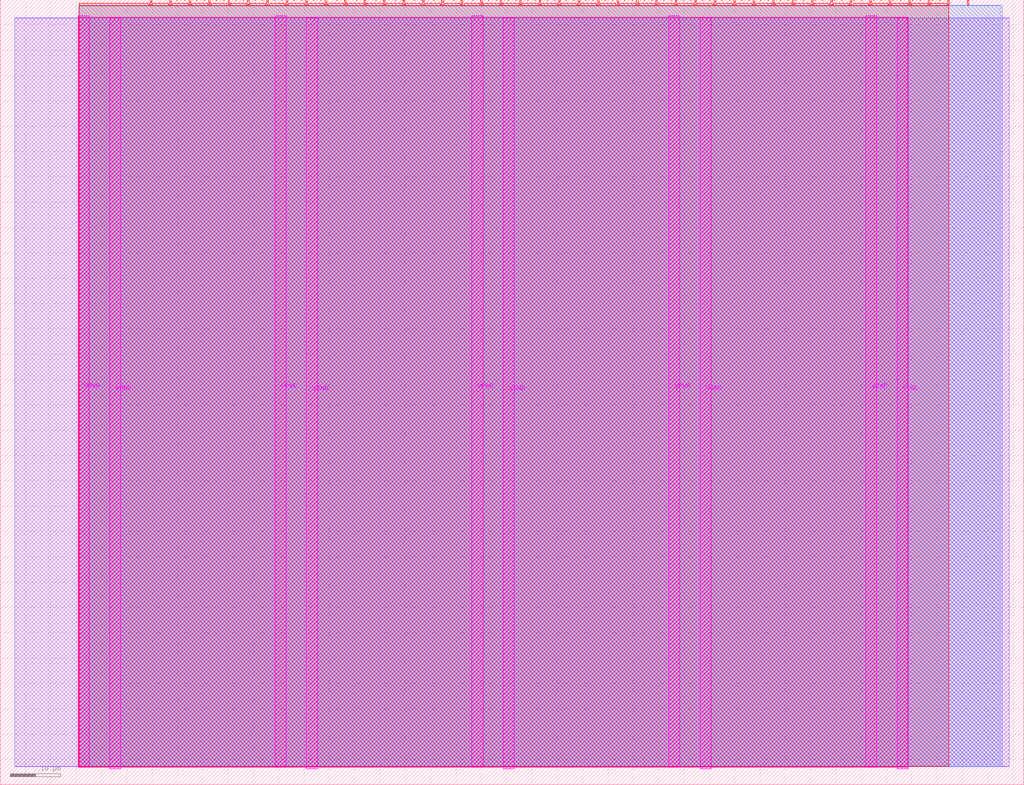
<source format=lef>
VERSION 5.7 ;
  NOWIREEXTENSIONATPIN ON ;
  DIVIDERCHAR "/" ;
  BUSBITCHARS "[]" ;
MACRO tt_um_wedgetail_tester
  CLASS BLOCK ;
  FOREIGN tt_um_wedgetail_tester ;
  ORIGIN 0.000 0.000 ;
  SIZE 202.080 BY 154.980 ;
  PIN VGND
    DIRECTION INOUT ;
    USE GROUND ;
    PORT
      LAYER TopMetal1 ;
        RECT 21.580 3.150 23.780 151.420 ;
    END
    PORT
      LAYER TopMetal1 ;
        RECT 60.450 3.150 62.650 151.420 ;
    END
    PORT
      LAYER TopMetal1 ;
        RECT 99.320 3.150 101.520 151.420 ;
    END
    PORT
      LAYER TopMetal1 ;
        RECT 138.190 3.150 140.390 151.420 ;
    END
    PORT
      LAYER TopMetal1 ;
        RECT 177.060 3.150 179.260 151.420 ;
    END
  END VGND
  PIN VPWR
    DIRECTION INOUT ;
    USE POWER ;
    PORT
      LAYER TopMetal1 ;
        RECT 15.380 3.560 17.580 151.830 ;
    END
    PORT
      LAYER TopMetal1 ;
        RECT 54.250 3.560 56.450 151.830 ;
    END
    PORT
      LAYER TopMetal1 ;
        RECT 93.120 3.560 95.320 151.830 ;
    END
    PORT
      LAYER TopMetal1 ;
        RECT 131.990 3.560 134.190 151.830 ;
    END
    PORT
      LAYER TopMetal1 ;
        RECT 170.860 3.560 173.060 151.830 ;
    END
  END VPWR
  PIN clk
    DIRECTION INPUT ;
    USE SIGNAL ;
    ANTENNAGATEAREA 1.450800 ;
    PORT
      LAYER Metal4 ;
        RECT 187.050 153.980 187.350 154.980 ;
    END
  END clk
  PIN ena
    DIRECTION INPUT ;
    USE SIGNAL ;
    PORT
      LAYER Metal4 ;
        RECT 190.890 153.980 191.190 154.980 ;
    END
  END ena
  PIN rst_n
    DIRECTION INPUT ;
    USE SIGNAL ;
    ANTENNAGATEAREA 0.906100 ;
    PORT
      LAYER Metal4 ;
        RECT 183.210 153.980 183.510 154.980 ;
    END
  END rst_n
  PIN ui_in[0]
    DIRECTION INPUT ;
    USE SIGNAL ;
    ANTENNAGATEAREA 0.180700 ;
    PORT
      LAYER Metal4 ;
        RECT 179.370 153.980 179.670 154.980 ;
    END
  END ui_in[0]
  PIN ui_in[1]
    DIRECTION INPUT ;
    USE SIGNAL ;
    ANTENNAGATEAREA 0.180700 ;
    PORT
      LAYER Metal4 ;
        RECT 175.530 153.980 175.830 154.980 ;
    END
  END ui_in[1]
  PIN ui_in[2]
    DIRECTION INPUT ;
    USE SIGNAL ;
    ANTENNAGATEAREA 0.213200 ;
    PORT
      LAYER Metal4 ;
        RECT 171.690 153.980 171.990 154.980 ;
    END
  END ui_in[2]
  PIN ui_in[3]
    DIRECTION INPUT ;
    USE SIGNAL ;
    PORT
      LAYER Metal4 ;
        RECT 167.850 153.980 168.150 154.980 ;
    END
  END ui_in[3]
  PIN ui_in[4]
    DIRECTION INPUT ;
    USE SIGNAL ;
    PORT
      LAYER Metal4 ;
        RECT 164.010 153.980 164.310 154.980 ;
    END
  END ui_in[4]
  PIN ui_in[5]
    DIRECTION INPUT ;
    USE SIGNAL ;
    PORT
      LAYER Metal4 ;
        RECT 160.170 153.980 160.470 154.980 ;
    END
  END ui_in[5]
  PIN ui_in[6]
    DIRECTION INPUT ;
    USE SIGNAL ;
    PORT
      LAYER Metal4 ;
        RECT 156.330 153.980 156.630 154.980 ;
    END
  END ui_in[6]
  PIN ui_in[7]
    DIRECTION INPUT ;
    USE SIGNAL ;
    PORT
      LAYER Metal4 ;
        RECT 152.490 153.980 152.790 154.980 ;
    END
  END ui_in[7]
  PIN uio_in[0]
    DIRECTION INPUT ;
    USE SIGNAL ;
    PORT
      LAYER Metal4 ;
        RECT 148.650 153.980 148.950 154.980 ;
    END
  END uio_in[0]
  PIN uio_in[1]
    DIRECTION INPUT ;
    USE SIGNAL ;
    PORT
      LAYER Metal4 ;
        RECT 144.810 153.980 145.110 154.980 ;
    END
  END uio_in[1]
  PIN uio_in[2]
    DIRECTION INPUT ;
    USE SIGNAL ;
    PORT
      LAYER Metal4 ;
        RECT 140.970 153.980 141.270 154.980 ;
    END
  END uio_in[2]
  PIN uio_in[3]
    DIRECTION INPUT ;
    USE SIGNAL ;
    ANTENNAGATEAREA 0.180700 ;
    PORT
      LAYER Metal4 ;
        RECT 137.130 153.980 137.430 154.980 ;
    END
  END uio_in[3]
  PIN uio_in[4]
    DIRECTION INPUT ;
    USE SIGNAL ;
    PORT
      LAYER Metal4 ;
        RECT 133.290 153.980 133.590 154.980 ;
    END
  END uio_in[4]
  PIN uio_in[5]
    DIRECTION INPUT ;
    USE SIGNAL ;
    PORT
      LAYER Metal4 ;
        RECT 129.450 153.980 129.750 154.980 ;
    END
  END uio_in[5]
  PIN uio_in[6]
    DIRECTION INPUT ;
    USE SIGNAL ;
    PORT
      LAYER Metal4 ;
        RECT 125.610 153.980 125.910 154.980 ;
    END
  END uio_in[6]
  PIN uio_in[7]
    DIRECTION INPUT ;
    USE SIGNAL ;
    PORT
      LAYER Metal4 ;
        RECT 121.770 153.980 122.070 154.980 ;
    END
  END uio_in[7]
  PIN uio_oe[0]
    DIRECTION OUTPUT ;
    USE SIGNAL ;
    ANTENNADIFFAREA 0.299200 ;
    PORT
      LAYER Metal4 ;
        RECT 56.490 153.980 56.790 154.980 ;
    END
  END uio_oe[0]
  PIN uio_oe[1]
    DIRECTION OUTPUT ;
    USE SIGNAL ;
    ANTENNADIFFAREA 0.299200 ;
    PORT
      LAYER Metal4 ;
        RECT 52.650 153.980 52.950 154.980 ;
    END
  END uio_oe[1]
  PIN uio_oe[2]
    DIRECTION OUTPUT ;
    USE SIGNAL ;
    ANTENNADIFFAREA 0.299200 ;
    PORT
      LAYER Metal4 ;
        RECT 48.810 153.980 49.110 154.980 ;
    END
  END uio_oe[2]
  PIN uio_oe[3]
    DIRECTION OUTPUT ;
    USE SIGNAL ;
    ANTENNADIFFAREA 0.299200 ;
    PORT
      LAYER Metal4 ;
        RECT 44.970 153.980 45.270 154.980 ;
    END
  END uio_oe[3]
  PIN uio_oe[4]
    DIRECTION OUTPUT ;
    USE SIGNAL ;
    ANTENNADIFFAREA 0.299200 ;
    PORT
      LAYER Metal4 ;
        RECT 41.130 153.980 41.430 154.980 ;
    END
  END uio_oe[4]
  PIN uio_oe[5]
    DIRECTION OUTPUT ;
    USE SIGNAL ;
    ANTENNADIFFAREA 0.299200 ;
    PORT
      LAYER Metal4 ;
        RECT 37.290 153.980 37.590 154.980 ;
    END
  END uio_oe[5]
  PIN uio_oe[6]
    DIRECTION OUTPUT ;
    USE SIGNAL ;
    ANTENNADIFFAREA 0.299200 ;
    PORT
      LAYER Metal4 ;
        RECT 33.450 153.980 33.750 154.980 ;
    END
  END uio_oe[6]
  PIN uio_oe[7]
    DIRECTION OUTPUT ;
    USE SIGNAL ;
    ANTENNADIFFAREA 0.299200 ;
    PORT
      LAYER Metal4 ;
        RECT 29.610 153.980 29.910 154.980 ;
    END
  END uio_oe[7]
  PIN uio_out[0]
    DIRECTION OUTPUT ;
    USE SIGNAL ;
    ANTENNADIFFAREA 0.299200 ;
    PORT
      LAYER Metal4 ;
        RECT 87.210 153.980 87.510 154.980 ;
    END
  END uio_out[0]
  PIN uio_out[1]
    DIRECTION OUTPUT ;
    USE SIGNAL ;
    ANTENNADIFFAREA 0.299200 ;
    PORT
      LAYER Metal4 ;
        RECT 83.370 153.980 83.670 154.980 ;
    END
  END uio_out[1]
  PIN uio_out[2]
    DIRECTION OUTPUT ;
    USE SIGNAL ;
    ANTENNADIFFAREA 0.299200 ;
    PORT
      LAYER Metal4 ;
        RECT 79.530 153.980 79.830 154.980 ;
    END
  END uio_out[2]
  PIN uio_out[3]
    DIRECTION OUTPUT ;
    USE SIGNAL ;
    ANTENNADIFFAREA 0.299200 ;
    PORT
      LAYER Metal4 ;
        RECT 75.690 153.980 75.990 154.980 ;
    END
  END uio_out[3]
  PIN uio_out[4]
    DIRECTION OUTPUT ;
    USE SIGNAL ;
    ANTENNADIFFAREA 0.299200 ;
    PORT
      LAYER Metal4 ;
        RECT 71.850 153.980 72.150 154.980 ;
    END
  END uio_out[4]
  PIN uio_out[5]
    DIRECTION OUTPUT ;
    USE SIGNAL ;
    ANTENNADIFFAREA 0.299200 ;
    PORT
      LAYER Metal4 ;
        RECT 68.010 153.980 68.310 154.980 ;
    END
  END uio_out[5]
  PIN uio_out[6]
    DIRECTION OUTPUT ;
    USE SIGNAL ;
    ANTENNADIFFAREA 0.299200 ;
    PORT
      LAYER Metal4 ;
        RECT 64.170 153.980 64.470 154.980 ;
    END
  END uio_out[6]
  PIN uio_out[7]
    DIRECTION OUTPUT ;
    USE SIGNAL ;
    ANTENNADIFFAREA 0.299200 ;
    PORT
      LAYER Metal4 ;
        RECT 60.330 153.980 60.630 154.980 ;
    END
  END uio_out[7]
  PIN uo_out[0]
    DIRECTION OUTPUT ;
    USE SIGNAL ;
    ANTENNADIFFAREA 0.708600 ;
    PORT
      LAYER Metal4 ;
        RECT 117.930 153.980 118.230 154.980 ;
    END
  END uo_out[0]
  PIN uo_out[1]
    DIRECTION OUTPUT ;
    USE SIGNAL ;
    ANTENNADIFFAREA 0.708600 ;
    PORT
      LAYER Metal4 ;
        RECT 114.090 153.980 114.390 154.980 ;
    END
  END uo_out[1]
  PIN uo_out[2]
    DIRECTION OUTPUT ;
    USE SIGNAL ;
    ANTENNADIFFAREA 0.708600 ;
    PORT
      LAYER Metal4 ;
        RECT 110.250 153.980 110.550 154.980 ;
    END
  END uo_out[2]
  PIN uo_out[3]
    DIRECTION OUTPUT ;
    USE SIGNAL ;
    ANTENNADIFFAREA 0.708600 ;
    PORT
      LAYER Metal4 ;
        RECT 106.410 153.980 106.710 154.980 ;
    END
  END uo_out[3]
  PIN uo_out[4]
    DIRECTION OUTPUT ;
    USE SIGNAL ;
    ANTENNADIFFAREA 0.708600 ;
    PORT
      LAYER Metal4 ;
        RECT 102.570 153.980 102.870 154.980 ;
    END
  END uo_out[4]
  PIN uo_out[5]
    DIRECTION OUTPUT ;
    USE SIGNAL ;
    ANTENNADIFFAREA 0.299200 ;
    PORT
      LAYER Metal4 ;
        RECT 98.730 153.980 99.030 154.980 ;
    END
  END uo_out[5]
  PIN uo_out[6]
    DIRECTION OUTPUT ;
    USE SIGNAL ;
    ANTENNADIFFAREA 0.299200 ;
    PORT
      LAYER Metal4 ;
        RECT 94.890 153.980 95.190 154.980 ;
    END
  END uo_out[6]
  PIN uo_out[7]
    DIRECTION OUTPUT ;
    USE SIGNAL ;
    ANTENNADIFFAREA 0.299200 ;
    PORT
      LAYER Metal4 ;
        RECT 91.050 153.980 91.350 154.980 ;
    END
  END uo_out[7]
  OBS
      LAYER GatPoly ;
        RECT 2.880 3.630 199.200 151.350 ;
      LAYER Metal1 ;
        RECT 2.880 3.560 199.200 151.420 ;
      LAYER Metal2 ;
        RECT 15.560 3.635 197.860 153.865 ;
      LAYER Metal3 ;
        RECT 15.515 3.680 197.425 153.825 ;
      LAYER Metal4 ;
        RECT 15.560 153.770 29.400 154.240 ;
        RECT 30.120 153.770 33.240 154.240 ;
        RECT 33.960 153.770 37.080 154.240 ;
        RECT 37.800 153.770 40.920 154.240 ;
        RECT 41.640 153.770 44.760 154.240 ;
        RECT 45.480 153.770 48.600 154.240 ;
        RECT 49.320 153.770 52.440 154.240 ;
        RECT 53.160 153.770 56.280 154.240 ;
        RECT 57.000 153.770 60.120 154.240 ;
        RECT 60.840 153.770 63.960 154.240 ;
        RECT 64.680 153.770 67.800 154.240 ;
        RECT 68.520 153.770 71.640 154.240 ;
        RECT 72.360 153.770 75.480 154.240 ;
        RECT 76.200 153.770 79.320 154.240 ;
        RECT 80.040 153.770 83.160 154.240 ;
        RECT 83.880 153.770 87.000 154.240 ;
        RECT 87.720 153.770 90.840 154.240 ;
        RECT 91.560 153.770 94.680 154.240 ;
        RECT 95.400 153.770 98.520 154.240 ;
        RECT 99.240 153.770 102.360 154.240 ;
        RECT 103.080 153.770 106.200 154.240 ;
        RECT 106.920 153.770 110.040 154.240 ;
        RECT 110.760 153.770 113.880 154.240 ;
        RECT 114.600 153.770 117.720 154.240 ;
        RECT 118.440 153.770 121.560 154.240 ;
        RECT 122.280 153.770 125.400 154.240 ;
        RECT 126.120 153.770 129.240 154.240 ;
        RECT 129.960 153.770 133.080 154.240 ;
        RECT 133.800 153.770 136.920 154.240 ;
        RECT 137.640 153.770 140.760 154.240 ;
        RECT 141.480 153.770 144.600 154.240 ;
        RECT 145.320 153.770 148.440 154.240 ;
        RECT 149.160 153.770 152.280 154.240 ;
        RECT 153.000 153.770 156.120 154.240 ;
        RECT 156.840 153.770 159.960 154.240 ;
        RECT 160.680 153.770 163.800 154.240 ;
        RECT 164.520 153.770 167.640 154.240 ;
        RECT 168.360 153.770 171.480 154.240 ;
        RECT 172.200 153.770 175.320 154.240 ;
        RECT 176.040 153.770 179.160 154.240 ;
        RECT 179.880 153.770 183.000 154.240 ;
        RECT 183.720 153.770 186.840 154.240 ;
        RECT 15.560 3.635 187.300 153.770 ;
      LAYER Metal5 ;
        RECT 15.515 3.470 179.125 151.510 ;
  END
END tt_um_wedgetail_tester
END LIBRARY


</source>
